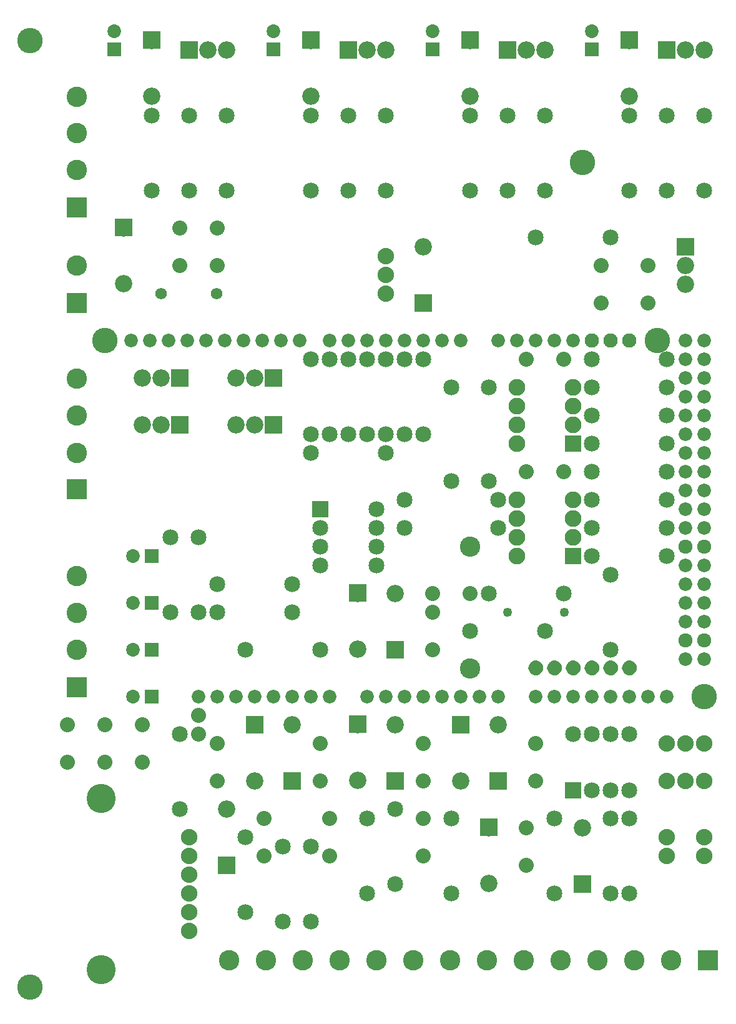
<source format=gbs>
G04 MADE WITH FRITZING*
G04 WWW.FRITZING.ORG*
G04 DOUBLE SIDED*
G04 HOLES PLATED*
G04 CONTOUR ON CENTER OF CONTOUR VECTOR*
%ASAXBY*%
%FSLAX23Y23*%
%MOIN*%
%OFA0B0*%
%SFA1.0B1.0*%
%ADD10C,0.108425*%
%ADD11C,0.085000*%
%ADD12C,0.049370*%
%ADD13C,0.135984*%
%ADD14C,0.092000*%
%ADD15C,0.080000*%
%ADD16C,0.072500*%
%ADD17C,0.075555*%
%ADD18C,0.076694*%
%ADD19C,0.155669*%
%ADD20C,0.088000*%
%ADD21C,0.061496*%
%ADD22C,0.089370*%
%ADD23C,0.072992*%
%ADD24C,0.109055*%
%ADD25R,0.085000X0.085000*%
%ADD26R,0.092000X0.092000*%
%ADD27R,0.089370X0.089370*%
%ADD28R,0.072992X0.072992*%
%ADD29R,0.109055X0.109055*%
%ADD30R,0.001000X0.001000*%
%LNMASK0*%
G90*
G70*
G54D10*
X2542Y1891D03*
X2542Y2541D03*
G54D11*
X1742Y2741D03*
X2042Y2741D03*
X1742Y2641D03*
X2042Y2641D03*
X1742Y2541D03*
X2042Y2541D03*
X1742Y2441D03*
X2042Y2441D03*
G54D12*
X3044Y2190D03*
X2742Y2191D03*
G54D11*
X3292Y1991D03*
X3292Y2391D03*
X1592Y2341D03*
X1192Y2341D03*
G54D13*
X3792Y1741D03*
X3542Y3641D03*
X592Y3641D03*
G54D14*
X992Y3441D03*
X892Y3441D03*
X792Y3441D03*
X1492Y3441D03*
X1392Y3441D03*
X1292Y3441D03*
X1492Y3191D03*
X1392Y3191D03*
X1292Y3191D03*
X992Y3191D03*
X892Y3191D03*
X792Y3191D03*
G54D15*
X1092Y1641D03*
X1092Y1541D03*
G54D11*
X1342Y591D03*
X1342Y991D03*
G54D16*
X2992Y1741D03*
X1392Y1741D03*
X3092Y1741D03*
X3192Y1741D03*
X3292Y1741D03*
X3392Y1741D03*
X3692Y3141D03*
X3492Y1741D03*
X3592Y1741D03*
X1432Y3641D03*
X1992Y1741D03*
X2092Y1741D03*
X2192Y1741D03*
X2292Y1741D03*
X3692Y2341D03*
X2392Y1741D03*
X2492Y1741D03*
X2592Y1741D03*
X2692Y1741D03*
X2192Y3641D03*
X3692Y3541D03*
X3692Y2741D03*
X3692Y1941D03*
X1032Y3641D03*
X1792Y1741D03*
X1792Y3641D03*
X3692Y3341D03*
X3692Y2941D03*
G54D17*
X3692Y2541D03*
G54D18*
X3392Y3641D03*
G54D16*
X3692Y2141D03*
G54D18*
X3292Y3641D03*
X3192Y3641D03*
G54D16*
X3092Y3641D03*
X2992Y3641D03*
X2892Y3641D03*
X2792Y3641D03*
X2692Y3641D03*
X832Y3641D03*
X1232Y3641D03*
X1632Y3641D03*
X1192Y1741D03*
X1592Y1741D03*
X2392Y3641D03*
X1992Y3641D03*
X3692Y3641D03*
X3692Y3441D03*
X3692Y3241D03*
X3692Y3041D03*
X3692Y2841D03*
X3692Y2641D03*
X3692Y2441D03*
X3692Y2241D03*
G54D17*
X3692Y2041D03*
G54D16*
X732Y3641D03*
X932Y3641D03*
X1132Y3641D03*
X1332Y3641D03*
X1532Y3641D03*
X1092Y1741D03*
X1292Y1741D03*
X1492Y1741D03*
X1692Y1741D03*
X2492Y3641D03*
X2292Y3641D03*
X2092Y3641D03*
X1892Y3641D03*
X3792Y3641D03*
X3792Y3541D03*
X3792Y3441D03*
X3792Y3341D03*
X3792Y3241D03*
X3792Y3141D03*
X3792Y3041D03*
X3792Y2941D03*
X3792Y2841D03*
X3792Y2741D03*
X3792Y2641D03*
G54D17*
X3792Y2541D03*
G54D16*
X3792Y2441D03*
X3792Y2341D03*
X3792Y2241D03*
X3792Y2141D03*
G54D17*
X3792Y2041D03*
G54D16*
X3792Y1941D03*
X2892Y1741D03*
G54D14*
X2292Y3841D03*
X2292Y4139D03*
G54D11*
X992Y1141D03*
X992Y1541D03*
G54D19*
X572Y284D03*
X570Y1195D03*
G54D13*
X192Y191D03*
X192Y5241D03*
X3142Y4591D03*
G54D20*
X1042Y991D03*
X1042Y891D03*
X1042Y791D03*
X1042Y691D03*
X1042Y591D03*
X1042Y491D03*
G54D11*
X3092Y1241D03*
X3092Y1541D03*
X3192Y1241D03*
X3192Y1541D03*
X3292Y1241D03*
X3292Y1541D03*
X3392Y1241D03*
X3392Y1541D03*
G54D20*
X3592Y1291D03*
X3692Y1291D03*
X3792Y1291D03*
X3792Y1491D03*
X3692Y1491D03*
X3592Y1491D03*
X2092Y3891D03*
X2092Y3991D03*
X2092Y4091D03*
G54D11*
X3292Y1091D03*
X3292Y691D03*
X3392Y1091D03*
X3392Y691D03*
G54D20*
X3592Y991D03*
X3592Y891D03*
X3792Y991D03*
X3792Y891D03*
G54D11*
X3592Y2491D03*
X3192Y2491D03*
X2292Y3541D03*
X2292Y3141D03*
X1792Y3541D03*
X1792Y3141D03*
X3592Y3091D03*
X3192Y3091D03*
X3592Y2941D03*
X3192Y2941D03*
X2092Y3541D03*
X2092Y3141D03*
X2092Y3041D03*
X1692Y3041D03*
X3592Y3541D03*
X3192Y3541D03*
G54D14*
X3692Y4141D03*
X3692Y4041D03*
X3692Y3941D03*
G54D15*
X1192Y4041D03*
X1192Y4241D03*
X3492Y4041D03*
X3492Y3841D03*
X992Y4041D03*
X992Y4241D03*
X3242Y4041D03*
X3242Y3841D03*
G54D14*
X692Y4241D03*
X692Y3943D03*
G54D21*
X892Y3891D03*
X1187Y3891D03*
G54D22*
X3092Y2491D03*
X2792Y2491D03*
X3092Y2591D03*
X2792Y2591D03*
X3092Y2691D03*
X2792Y2691D03*
X3092Y2791D03*
X2792Y2791D03*
X3092Y3091D03*
X2792Y3091D03*
X3092Y3191D03*
X2792Y3191D03*
X3092Y3291D03*
X2792Y3291D03*
X3092Y3391D03*
X2792Y3391D03*
G54D11*
X3592Y2641D03*
X3192Y2641D03*
X2192Y3541D03*
X2192Y3141D03*
X1892Y3541D03*
X1892Y3141D03*
X3592Y3241D03*
X3192Y3241D03*
X3592Y2791D03*
X3192Y2791D03*
X1992Y3541D03*
X1992Y3141D03*
X1692Y3541D03*
X1692Y3141D03*
X3592Y3391D03*
X3192Y3391D03*
G54D15*
X3042Y2941D03*
X2842Y2941D03*
X3042Y3541D03*
X2842Y3541D03*
G54D11*
X2192Y2641D03*
X2692Y2641D03*
X2642Y2891D03*
X2642Y3391D03*
X2692Y2791D03*
X2192Y2791D03*
X2442Y3391D03*
X2442Y2891D03*
X1192Y2191D03*
X1592Y2191D03*
X1092Y2191D03*
X1092Y2591D03*
X1342Y1991D03*
X1742Y1991D03*
X942Y2191D03*
X942Y2591D03*
G54D23*
X841Y1991D03*
X742Y1991D03*
X841Y2491D03*
X742Y2491D03*
X841Y1741D03*
X742Y1741D03*
X841Y2241D03*
X742Y2241D03*
G54D11*
X2642Y2291D03*
X3042Y2291D03*
X2142Y1141D03*
X2142Y741D03*
X1692Y941D03*
X1692Y541D03*
G54D15*
X1742Y1291D03*
X1742Y1491D03*
X1792Y1091D03*
X1792Y891D03*
X1192Y1291D03*
X1192Y1491D03*
X1442Y1091D03*
X1442Y891D03*
G54D11*
X1992Y691D03*
X1992Y1091D03*
X1542Y541D03*
X1542Y941D03*
G54D14*
X2142Y1291D03*
X2142Y1589D03*
X1392Y1589D03*
X1392Y1291D03*
X1592Y1291D03*
X1592Y1589D03*
X1242Y841D03*
X1242Y1139D03*
X2142Y1991D03*
X2142Y2289D03*
X1942Y1591D03*
X1942Y1293D03*
G54D24*
X442Y2845D03*
X442Y3041D03*
X442Y3238D03*
X442Y3435D03*
X3812Y332D03*
X3615Y332D03*
X3418Y332D03*
X3221Y332D03*
X3024Y332D03*
X2827Y332D03*
X2631Y332D03*
X2434Y332D03*
X2237Y332D03*
X2040Y332D03*
X1843Y332D03*
X1646Y332D03*
X1449Y332D03*
X1253Y332D03*
G54D15*
X2892Y1291D03*
X2892Y1491D03*
X792Y1591D03*
X792Y1391D03*
X2292Y1291D03*
X2292Y1491D03*
X392Y1591D03*
X392Y1391D03*
X592Y1591D03*
X592Y1391D03*
X2842Y1041D03*
X2842Y841D03*
X2292Y1091D03*
X2292Y891D03*
G54D11*
X2992Y691D03*
X2992Y1091D03*
X2442Y691D03*
X2442Y1091D03*
G54D14*
X3142Y741D03*
X3142Y1039D03*
X2692Y1291D03*
X2692Y1589D03*
X2642Y1041D03*
X2642Y743D03*
X2492Y1589D03*
X2492Y1291D03*
G54D11*
X3292Y4191D03*
X2892Y4191D03*
G54D15*
X2342Y2291D03*
X2542Y2291D03*
X2342Y2191D03*
X2342Y1991D03*
G54D11*
X2542Y2091D03*
X2942Y2091D03*
G54D14*
X1942Y2291D03*
X1942Y1993D03*
G54D11*
X842Y4441D03*
X842Y4841D03*
X2542Y4441D03*
X2542Y4841D03*
X1692Y4441D03*
X1692Y4841D03*
X3392Y4441D03*
X3392Y4841D03*
G54D23*
X642Y5193D03*
X642Y5291D03*
X2342Y5193D03*
X2342Y5291D03*
X1492Y5193D03*
X1492Y5291D03*
X3192Y5193D03*
X3192Y5291D03*
G54D14*
X842Y5241D03*
X842Y4943D03*
X2542Y5241D03*
X2542Y4943D03*
X1692Y5241D03*
X1692Y4943D03*
X3392Y5241D03*
X3392Y4943D03*
X1042Y5191D03*
X1142Y5191D03*
X1242Y5191D03*
X2742Y5191D03*
X2842Y5191D03*
X2942Y5191D03*
X1892Y5191D03*
X1992Y5191D03*
X2092Y5191D03*
X3592Y5191D03*
X3692Y5191D03*
X3792Y5191D03*
G54D11*
X1042Y4441D03*
X1042Y4841D03*
X2742Y4441D03*
X2742Y4841D03*
X1892Y4441D03*
X1892Y4841D03*
X3592Y4441D03*
X3592Y4841D03*
X1242Y4441D03*
X1242Y4841D03*
X2942Y4441D03*
X2942Y4841D03*
X2092Y4441D03*
X2092Y4841D03*
X3792Y4441D03*
X3792Y4841D03*
G54D24*
X442Y3841D03*
X442Y4038D03*
X442Y1791D03*
X442Y1988D03*
X442Y2185D03*
X442Y2382D03*
X442Y4351D03*
X442Y4548D03*
X442Y4745D03*
X442Y4941D03*
G54D25*
X1742Y2741D03*
G54D26*
X992Y3441D03*
X1492Y3441D03*
X1492Y3191D03*
X992Y3191D03*
X2292Y3840D03*
G54D25*
X3092Y1241D03*
G54D26*
X3692Y4141D03*
X692Y4242D03*
G54D27*
X3092Y2491D03*
X3092Y3091D03*
G54D28*
X841Y1991D03*
X841Y2491D03*
X841Y1741D03*
X841Y2241D03*
G54D26*
X2142Y1290D03*
X1392Y1590D03*
X1592Y1290D03*
X1242Y840D03*
X2142Y1990D03*
X1942Y1592D03*
G54D29*
X442Y2845D03*
X3812Y332D03*
G54D26*
X3142Y740D03*
X2692Y1290D03*
X2642Y1042D03*
X2492Y1590D03*
X1942Y2292D03*
G54D28*
X642Y5193D03*
X2342Y5193D03*
X1492Y5193D03*
X3192Y5193D03*
G54D26*
X842Y5242D03*
X2542Y5242D03*
X1692Y5242D03*
X3392Y5242D03*
X1042Y5191D03*
X2742Y5191D03*
X1892Y5191D03*
X3592Y5191D03*
G54D29*
X442Y3841D03*
X442Y1791D03*
X442Y4351D03*
G54D30*
X2886Y1932D02*
X2897Y1932D01*
X2986Y1932D02*
X2997Y1932D01*
X3086Y1932D02*
X3097Y1932D01*
X3186Y1932D02*
X3197Y1932D01*
X3286Y1932D02*
X3297Y1932D01*
X3386Y1932D02*
X3397Y1932D01*
X2882Y1931D02*
X2901Y1931D01*
X2982Y1931D02*
X3001Y1931D01*
X3082Y1931D02*
X3101Y1931D01*
X3182Y1931D02*
X3201Y1931D01*
X3282Y1931D02*
X3301Y1931D01*
X3382Y1931D02*
X3401Y1931D01*
X2879Y1930D02*
X2904Y1930D01*
X2979Y1930D02*
X3004Y1930D01*
X3079Y1930D02*
X3104Y1930D01*
X3179Y1930D02*
X3204Y1930D01*
X3279Y1930D02*
X3304Y1930D01*
X3379Y1930D02*
X3404Y1930D01*
X2877Y1929D02*
X2906Y1929D01*
X2977Y1929D02*
X3006Y1929D01*
X3077Y1929D02*
X3106Y1929D01*
X3177Y1929D02*
X3206Y1929D01*
X3277Y1929D02*
X3306Y1929D01*
X3377Y1929D02*
X3406Y1929D01*
X2875Y1928D02*
X2908Y1928D01*
X2975Y1928D02*
X3008Y1928D01*
X3075Y1928D02*
X3108Y1928D01*
X3175Y1928D02*
X3208Y1928D01*
X3275Y1928D02*
X3308Y1928D01*
X3375Y1928D02*
X3408Y1928D01*
X2873Y1927D02*
X2910Y1927D01*
X2973Y1927D02*
X3010Y1927D01*
X3073Y1927D02*
X3110Y1927D01*
X3173Y1927D02*
X3210Y1927D01*
X3273Y1927D02*
X3310Y1927D01*
X3373Y1927D02*
X3410Y1927D01*
X2872Y1926D02*
X2912Y1926D01*
X2972Y1926D02*
X3012Y1926D01*
X3072Y1926D02*
X3112Y1926D01*
X3172Y1926D02*
X3212Y1926D01*
X3272Y1926D02*
X3312Y1926D01*
X3372Y1926D02*
X3412Y1926D01*
X2870Y1925D02*
X2913Y1925D01*
X2970Y1925D02*
X3013Y1925D01*
X3070Y1925D02*
X3113Y1925D01*
X3170Y1925D02*
X3213Y1925D01*
X3270Y1925D02*
X3313Y1925D01*
X3370Y1925D02*
X3413Y1925D01*
X2869Y1924D02*
X2914Y1924D01*
X2969Y1924D02*
X3014Y1924D01*
X3069Y1924D02*
X3114Y1924D01*
X3169Y1924D02*
X3214Y1924D01*
X3269Y1924D02*
X3314Y1924D01*
X3369Y1924D02*
X3414Y1924D01*
X2868Y1923D02*
X2916Y1923D01*
X2968Y1923D02*
X3016Y1923D01*
X3068Y1923D02*
X3116Y1923D01*
X3168Y1923D02*
X3216Y1923D01*
X3268Y1923D02*
X3316Y1923D01*
X3368Y1923D02*
X3416Y1923D01*
X2867Y1922D02*
X2917Y1922D01*
X2967Y1922D02*
X3017Y1922D01*
X3067Y1922D02*
X3117Y1922D01*
X3167Y1922D02*
X3217Y1922D01*
X3267Y1922D02*
X3317Y1922D01*
X3367Y1922D02*
X3417Y1922D01*
X2865Y1921D02*
X2918Y1921D01*
X2965Y1921D02*
X3018Y1921D01*
X3065Y1921D02*
X3118Y1921D01*
X3165Y1921D02*
X3218Y1921D01*
X3265Y1921D02*
X3318Y1921D01*
X3365Y1921D02*
X3418Y1921D01*
X2864Y1920D02*
X2919Y1920D01*
X2964Y1920D02*
X3019Y1920D01*
X3064Y1920D02*
X3119Y1920D01*
X3164Y1920D02*
X3219Y1920D01*
X3264Y1920D02*
X3319Y1920D01*
X3364Y1920D02*
X3419Y1920D01*
X2863Y1919D02*
X2920Y1919D01*
X2963Y1919D02*
X3020Y1919D01*
X3063Y1919D02*
X3120Y1919D01*
X3163Y1919D02*
X3220Y1919D01*
X3263Y1919D02*
X3320Y1919D01*
X3363Y1919D02*
X3420Y1919D01*
X2863Y1918D02*
X2921Y1918D01*
X2963Y1918D02*
X3021Y1918D01*
X3063Y1918D02*
X3121Y1918D01*
X3163Y1918D02*
X3221Y1918D01*
X3263Y1918D02*
X3321Y1918D01*
X3363Y1918D02*
X3421Y1918D01*
X2862Y1917D02*
X2922Y1917D01*
X2962Y1917D02*
X3022Y1917D01*
X3062Y1917D02*
X3122Y1917D01*
X3162Y1917D02*
X3222Y1917D01*
X3262Y1917D02*
X3322Y1917D01*
X3362Y1917D02*
X3422Y1917D01*
X2861Y1916D02*
X2922Y1916D01*
X2961Y1916D02*
X3022Y1916D01*
X3061Y1916D02*
X3122Y1916D01*
X3161Y1916D02*
X3222Y1916D01*
X3261Y1916D02*
X3322Y1916D01*
X3361Y1916D02*
X3422Y1916D01*
X2860Y1915D02*
X2923Y1915D01*
X2960Y1915D02*
X3023Y1915D01*
X3060Y1915D02*
X3123Y1915D01*
X3160Y1915D02*
X3223Y1915D01*
X3260Y1915D02*
X3323Y1915D01*
X3360Y1915D02*
X3423Y1915D01*
X2859Y1914D02*
X2924Y1914D01*
X2959Y1914D02*
X3024Y1914D01*
X3059Y1914D02*
X3124Y1914D01*
X3159Y1914D02*
X3224Y1914D01*
X3259Y1914D02*
X3324Y1914D01*
X3359Y1914D02*
X3424Y1914D01*
X2859Y1913D02*
X2924Y1913D01*
X2959Y1913D02*
X3024Y1913D01*
X3059Y1913D02*
X3124Y1913D01*
X3159Y1913D02*
X3224Y1913D01*
X3259Y1913D02*
X3324Y1913D01*
X3359Y1913D02*
X3424Y1913D01*
X2858Y1912D02*
X2925Y1912D01*
X2958Y1912D02*
X3025Y1912D01*
X3058Y1912D02*
X3125Y1912D01*
X3158Y1912D02*
X3225Y1912D01*
X3258Y1912D02*
X3325Y1912D01*
X3358Y1912D02*
X3425Y1912D01*
X2857Y1911D02*
X2926Y1911D01*
X2957Y1911D02*
X3026Y1911D01*
X3057Y1911D02*
X3126Y1911D01*
X3157Y1911D02*
X3226Y1911D01*
X3257Y1911D02*
X3326Y1911D01*
X3357Y1911D02*
X3426Y1911D01*
X2857Y1910D02*
X2926Y1910D01*
X2957Y1910D02*
X3026Y1910D01*
X3057Y1910D02*
X3126Y1910D01*
X3157Y1910D02*
X3226Y1910D01*
X3257Y1910D02*
X3326Y1910D01*
X3357Y1910D02*
X3426Y1910D01*
X2856Y1909D02*
X2927Y1909D01*
X2956Y1909D02*
X3027Y1909D01*
X3056Y1909D02*
X3127Y1909D01*
X3156Y1909D02*
X3227Y1909D01*
X3256Y1909D02*
X3327Y1909D01*
X3356Y1909D02*
X3427Y1909D01*
X2856Y1908D02*
X2927Y1908D01*
X2956Y1908D02*
X3027Y1908D01*
X3056Y1908D02*
X3127Y1908D01*
X3156Y1908D02*
X3227Y1908D01*
X3256Y1908D02*
X3327Y1908D01*
X3356Y1908D02*
X3427Y1908D01*
X2855Y1907D02*
X2928Y1907D01*
X2955Y1907D02*
X3028Y1907D01*
X3055Y1907D02*
X3128Y1907D01*
X3155Y1907D02*
X3228Y1907D01*
X3255Y1907D02*
X3328Y1907D01*
X3355Y1907D02*
X3428Y1907D01*
X2855Y1906D02*
X2928Y1906D01*
X2955Y1906D02*
X3028Y1906D01*
X3055Y1906D02*
X3128Y1906D01*
X3155Y1906D02*
X3228Y1906D01*
X3255Y1906D02*
X3328Y1906D01*
X3355Y1906D02*
X3428Y1906D01*
X2855Y1905D02*
X2929Y1905D01*
X2955Y1905D02*
X3029Y1905D01*
X3055Y1905D02*
X3129Y1905D01*
X3155Y1905D02*
X3229Y1905D01*
X3255Y1905D02*
X3329Y1905D01*
X3355Y1905D02*
X3429Y1905D01*
X2854Y1904D02*
X2929Y1904D01*
X2954Y1904D02*
X3029Y1904D01*
X3054Y1904D02*
X3129Y1904D01*
X3154Y1904D02*
X3229Y1904D01*
X3254Y1904D02*
X3329Y1904D01*
X3354Y1904D02*
X3429Y1904D01*
X2854Y1903D02*
X2929Y1903D01*
X2954Y1903D02*
X3029Y1903D01*
X3054Y1903D02*
X3129Y1903D01*
X3154Y1903D02*
X3229Y1903D01*
X3254Y1903D02*
X3329Y1903D01*
X3354Y1903D02*
X3429Y1903D01*
X2854Y1902D02*
X2930Y1902D01*
X2954Y1902D02*
X3030Y1902D01*
X3054Y1902D02*
X3130Y1902D01*
X3154Y1902D02*
X3230Y1902D01*
X3254Y1902D02*
X3330Y1902D01*
X3354Y1902D02*
X3430Y1902D01*
X2853Y1901D02*
X2930Y1901D01*
X2953Y1901D02*
X3030Y1901D01*
X3053Y1901D02*
X3130Y1901D01*
X3153Y1901D02*
X3230Y1901D01*
X3253Y1901D02*
X3330Y1901D01*
X3353Y1901D02*
X3430Y1901D01*
X2853Y1900D02*
X2930Y1900D01*
X2953Y1900D02*
X3030Y1900D01*
X3053Y1900D02*
X3130Y1900D01*
X3153Y1900D02*
X3230Y1900D01*
X3253Y1900D02*
X3330Y1900D01*
X3353Y1900D02*
X3430Y1900D01*
X2853Y1899D02*
X2930Y1899D01*
X2953Y1899D02*
X3030Y1899D01*
X3053Y1899D02*
X3130Y1899D01*
X3153Y1899D02*
X3230Y1899D01*
X3253Y1899D02*
X3330Y1899D01*
X3353Y1899D02*
X3430Y1899D01*
X2853Y1898D02*
X2931Y1898D01*
X2953Y1898D02*
X3031Y1898D01*
X3053Y1898D02*
X3131Y1898D01*
X3153Y1898D02*
X3231Y1898D01*
X3253Y1898D02*
X3331Y1898D01*
X3353Y1898D02*
X3431Y1898D01*
X2852Y1897D02*
X2931Y1897D01*
X2952Y1897D02*
X3031Y1897D01*
X3052Y1897D02*
X3131Y1897D01*
X3152Y1897D02*
X3231Y1897D01*
X3252Y1897D02*
X3331Y1897D01*
X3352Y1897D02*
X3431Y1897D01*
X2852Y1896D02*
X2931Y1896D01*
X2952Y1896D02*
X3031Y1896D01*
X3052Y1896D02*
X3131Y1896D01*
X3152Y1896D02*
X3231Y1896D01*
X3252Y1896D02*
X3331Y1896D01*
X3352Y1896D02*
X3431Y1896D01*
X2852Y1895D02*
X2931Y1895D01*
X2952Y1895D02*
X3031Y1895D01*
X3052Y1895D02*
X3131Y1895D01*
X3152Y1895D02*
X3231Y1895D01*
X3252Y1895D02*
X3331Y1895D01*
X3352Y1895D02*
X3431Y1895D01*
X2852Y1894D02*
X2931Y1894D01*
X2952Y1894D02*
X3031Y1894D01*
X3052Y1894D02*
X3131Y1894D01*
X3152Y1894D02*
X3231Y1894D01*
X3252Y1894D02*
X3331Y1894D01*
X3352Y1894D02*
X3431Y1894D01*
X2852Y1893D02*
X2931Y1893D01*
X2952Y1893D02*
X3031Y1893D01*
X3052Y1893D02*
X3131Y1893D01*
X3152Y1893D02*
X3231Y1893D01*
X3252Y1893D02*
X3331Y1893D01*
X3352Y1893D02*
X3431Y1893D01*
X2852Y1892D02*
X2931Y1892D01*
X2952Y1892D02*
X3031Y1892D01*
X3052Y1892D02*
X3131Y1892D01*
X3152Y1892D02*
X3231Y1892D01*
X3252Y1892D02*
X3331Y1892D01*
X3352Y1892D02*
X3431Y1892D01*
X2852Y1891D02*
X2931Y1891D01*
X2952Y1891D02*
X3031Y1891D01*
X3052Y1891D02*
X3131Y1891D01*
X3152Y1891D02*
X3231Y1891D01*
X3252Y1891D02*
X3331Y1891D01*
X3352Y1891D02*
X3431Y1891D01*
X2852Y1890D02*
X2931Y1890D01*
X2952Y1890D02*
X3031Y1890D01*
X3052Y1890D02*
X3131Y1890D01*
X3152Y1890D02*
X3231Y1890D01*
X3252Y1890D02*
X3331Y1890D01*
X3352Y1890D02*
X3431Y1890D01*
X2852Y1889D02*
X2931Y1889D01*
X2952Y1889D02*
X3031Y1889D01*
X3052Y1889D02*
X3131Y1889D01*
X3152Y1889D02*
X3231Y1889D01*
X3252Y1889D02*
X3331Y1889D01*
X3352Y1889D02*
X3431Y1889D01*
X2852Y1888D02*
X2931Y1888D01*
X2952Y1888D02*
X3031Y1888D01*
X3052Y1888D02*
X3131Y1888D01*
X3152Y1888D02*
X3231Y1888D01*
X3252Y1888D02*
X3331Y1888D01*
X3352Y1888D02*
X3431Y1888D01*
X2853Y1887D02*
X2931Y1887D01*
X2953Y1887D02*
X3031Y1887D01*
X3053Y1887D02*
X3131Y1887D01*
X3153Y1887D02*
X3231Y1887D01*
X3253Y1887D02*
X3331Y1887D01*
X3353Y1887D02*
X3431Y1887D01*
X2853Y1886D02*
X2930Y1886D01*
X2953Y1886D02*
X3030Y1886D01*
X3053Y1886D02*
X3130Y1886D01*
X3153Y1886D02*
X3230Y1886D01*
X3253Y1886D02*
X3330Y1886D01*
X3353Y1886D02*
X3430Y1886D01*
X2853Y1885D02*
X2930Y1885D01*
X2953Y1885D02*
X3030Y1885D01*
X3053Y1885D02*
X3130Y1885D01*
X3153Y1885D02*
X3230Y1885D01*
X3253Y1885D02*
X3330Y1885D01*
X3353Y1885D02*
X3430Y1885D01*
X2853Y1884D02*
X2930Y1884D01*
X2953Y1884D02*
X3030Y1884D01*
X3053Y1884D02*
X3130Y1884D01*
X3153Y1884D02*
X3230Y1884D01*
X3253Y1884D02*
X3330Y1884D01*
X3353Y1884D02*
X3430Y1884D01*
X2854Y1883D02*
X2930Y1883D01*
X2954Y1883D02*
X3030Y1883D01*
X3054Y1883D02*
X3130Y1883D01*
X3154Y1883D02*
X3230Y1883D01*
X3254Y1883D02*
X3330Y1883D01*
X3354Y1883D02*
X3430Y1883D01*
X2854Y1882D02*
X2929Y1882D01*
X2954Y1882D02*
X3029Y1882D01*
X3054Y1882D02*
X3129Y1882D01*
X3154Y1882D02*
X3229Y1882D01*
X3254Y1882D02*
X3329Y1882D01*
X3354Y1882D02*
X3429Y1882D01*
X2854Y1881D02*
X2929Y1881D01*
X2954Y1881D02*
X3029Y1881D01*
X3054Y1881D02*
X3129Y1881D01*
X3154Y1881D02*
X3229Y1881D01*
X3254Y1881D02*
X3329Y1881D01*
X3354Y1881D02*
X3429Y1881D01*
X2855Y1880D02*
X2928Y1880D01*
X2955Y1880D02*
X3028Y1880D01*
X3055Y1880D02*
X3128Y1880D01*
X3155Y1880D02*
X3228Y1880D01*
X3255Y1880D02*
X3328Y1880D01*
X3355Y1880D02*
X3428Y1880D01*
X2855Y1879D02*
X2928Y1879D01*
X2955Y1879D02*
X3028Y1879D01*
X3055Y1879D02*
X3128Y1879D01*
X3155Y1879D02*
X3228Y1879D01*
X3255Y1879D02*
X3328Y1879D01*
X3355Y1879D02*
X3428Y1879D01*
X2856Y1878D02*
X2928Y1878D01*
X2956Y1878D02*
X3028Y1878D01*
X3056Y1878D02*
X3128Y1878D01*
X3156Y1878D02*
X3228Y1878D01*
X3256Y1878D02*
X3328Y1878D01*
X3356Y1878D02*
X3428Y1878D01*
X2856Y1877D02*
X2927Y1877D01*
X2956Y1877D02*
X3027Y1877D01*
X3056Y1877D02*
X3127Y1877D01*
X3156Y1877D02*
X3227Y1877D01*
X3256Y1877D02*
X3327Y1877D01*
X3356Y1877D02*
X3427Y1877D01*
X2857Y1876D02*
X2927Y1876D01*
X2957Y1876D02*
X3027Y1876D01*
X3057Y1876D02*
X3127Y1876D01*
X3157Y1876D02*
X3227Y1876D01*
X3257Y1876D02*
X3327Y1876D01*
X3357Y1876D02*
X3427Y1876D01*
X2857Y1875D02*
X2926Y1875D01*
X2957Y1875D02*
X3026Y1875D01*
X3057Y1875D02*
X3126Y1875D01*
X3157Y1875D02*
X3226Y1875D01*
X3257Y1875D02*
X3326Y1875D01*
X3357Y1875D02*
X3426Y1875D01*
X2858Y1874D02*
X2925Y1874D01*
X2958Y1874D02*
X3025Y1874D01*
X3058Y1874D02*
X3125Y1874D01*
X3158Y1874D02*
X3225Y1874D01*
X3258Y1874D02*
X3325Y1874D01*
X3358Y1874D02*
X3425Y1874D01*
X2858Y1873D02*
X2925Y1873D01*
X2958Y1873D02*
X3025Y1873D01*
X3058Y1873D02*
X3125Y1873D01*
X3158Y1873D02*
X3225Y1873D01*
X3258Y1873D02*
X3325Y1873D01*
X3358Y1873D02*
X3425Y1873D01*
X2859Y1872D02*
X2924Y1872D01*
X2959Y1872D02*
X3024Y1872D01*
X3059Y1872D02*
X3124Y1872D01*
X3159Y1872D02*
X3224Y1872D01*
X3259Y1872D02*
X3324Y1872D01*
X3359Y1872D02*
X3424Y1872D01*
X2860Y1871D02*
X2924Y1871D01*
X2960Y1871D02*
X3024Y1871D01*
X3060Y1871D02*
X3124Y1871D01*
X3160Y1871D02*
X3224Y1871D01*
X3260Y1871D02*
X3324Y1871D01*
X3360Y1871D02*
X3424Y1871D01*
X2860Y1870D02*
X2923Y1870D01*
X2960Y1870D02*
X3023Y1870D01*
X3060Y1870D02*
X3123Y1870D01*
X3160Y1870D02*
X3223Y1870D01*
X3260Y1870D02*
X3323Y1870D01*
X3360Y1870D02*
X3423Y1870D01*
X2861Y1869D02*
X2922Y1869D01*
X2961Y1869D02*
X3022Y1869D01*
X3061Y1869D02*
X3122Y1869D01*
X3161Y1869D02*
X3222Y1869D01*
X3261Y1869D02*
X3322Y1869D01*
X3361Y1869D02*
X3422Y1869D01*
X2862Y1868D02*
X2921Y1868D01*
X2962Y1868D02*
X3021Y1868D01*
X3062Y1868D02*
X3121Y1868D01*
X3162Y1868D02*
X3221Y1868D01*
X3262Y1868D02*
X3321Y1868D01*
X3362Y1868D02*
X3421Y1868D01*
X2863Y1867D02*
X2920Y1867D01*
X2963Y1867D02*
X3020Y1867D01*
X3063Y1867D02*
X3120Y1867D01*
X3163Y1867D02*
X3220Y1867D01*
X3263Y1867D02*
X3320Y1867D01*
X3363Y1867D02*
X3420Y1867D01*
X2864Y1866D02*
X2919Y1866D01*
X2964Y1866D02*
X3019Y1866D01*
X3064Y1866D02*
X3119Y1866D01*
X3164Y1866D02*
X3219Y1866D01*
X3264Y1866D02*
X3319Y1866D01*
X3364Y1866D02*
X3419Y1866D01*
X2865Y1865D02*
X2918Y1865D01*
X2965Y1865D02*
X3018Y1865D01*
X3065Y1865D02*
X3118Y1865D01*
X3165Y1865D02*
X3218Y1865D01*
X3265Y1865D02*
X3318Y1865D01*
X3365Y1865D02*
X3418Y1865D01*
X2866Y1864D02*
X2917Y1864D01*
X2966Y1864D02*
X3017Y1864D01*
X3066Y1864D02*
X3117Y1864D01*
X3166Y1864D02*
X3217Y1864D01*
X3266Y1864D02*
X3317Y1864D01*
X3366Y1864D02*
X3417Y1864D01*
X2867Y1863D02*
X2916Y1863D01*
X2967Y1863D02*
X3016Y1863D01*
X3067Y1863D02*
X3116Y1863D01*
X3167Y1863D02*
X3216Y1863D01*
X3267Y1863D02*
X3316Y1863D01*
X3367Y1863D02*
X3416Y1863D01*
X2868Y1862D02*
X2915Y1862D01*
X2968Y1862D02*
X3015Y1862D01*
X3068Y1862D02*
X3115Y1862D01*
X3168Y1862D02*
X3215Y1862D01*
X3268Y1862D02*
X3315Y1862D01*
X3368Y1862D02*
X3415Y1862D01*
X2869Y1861D02*
X2914Y1861D01*
X2969Y1861D02*
X3014Y1861D01*
X3069Y1861D02*
X3114Y1861D01*
X3169Y1861D02*
X3214Y1861D01*
X3269Y1861D02*
X3314Y1861D01*
X3369Y1861D02*
X3414Y1861D01*
X2871Y1860D02*
X2912Y1860D01*
X2971Y1860D02*
X3012Y1860D01*
X3071Y1860D02*
X3112Y1860D01*
X3171Y1860D02*
X3212Y1860D01*
X3271Y1860D02*
X3312Y1860D01*
X3371Y1860D02*
X3412Y1860D01*
X2872Y1859D02*
X2911Y1859D01*
X2972Y1859D02*
X3011Y1859D01*
X3072Y1859D02*
X3111Y1859D01*
X3172Y1859D02*
X3211Y1859D01*
X3272Y1859D02*
X3311Y1859D01*
X3372Y1859D02*
X3411Y1859D01*
X2874Y1858D02*
X2909Y1858D01*
X2974Y1858D02*
X3009Y1858D01*
X3074Y1858D02*
X3109Y1858D01*
X3174Y1858D02*
X3209Y1858D01*
X3274Y1858D02*
X3309Y1858D01*
X3374Y1858D02*
X3409Y1858D01*
X2876Y1857D02*
X2907Y1857D01*
X2976Y1857D02*
X3007Y1857D01*
X3076Y1857D02*
X3107Y1857D01*
X3176Y1857D02*
X3207Y1857D01*
X3276Y1857D02*
X3307Y1857D01*
X3376Y1857D02*
X3407Y1857D01*
X2878Y1856D02*
X2905Y1856D01*
X2978Y1856D02*
X3005Y1856D01*
X3078Y1856D02*
X3105Y1856D01*
X3178Y1856D02*
X3205Y1856D01*
X3278Y1856D02*
X3305Y1856D01*
X3378Y1856D02*
X3405Y1856D01*
X2880Y1855D02*
X2903Y1855D01*
X2980Y1855D02*
X3003Y1855D01*
X3080Y1855D02*
X3103Y1855D01*
X3180Y1855D02*
X3203Y1855D01*
X3280Y1855D02*
X3303Y1855D01*
X3380Y1855D02*
X3403Y1855D01*
X2883Y1854D02*
X2900Y1854D01*
X2983Y1854D02*
X3000Y1854D01*
X3083Y1854D02*
X3100Y1854D01*
X3183Y1854D02*
X3200Y1854D01*
X3283Y1854D02*
X3300Y1854D01*
X3383Y1854D02*
X3400Y1854D01*
X2888Y1853D02*
X2895Y1853D01*
X2988Y1853D02*
X2995Y1853D01*
X3088Y1853D02*
X3095Y1853D01*
X3188Y1853D02*
X3195Y1853D01*
X3288Y1853D02*
X3295Y1853D01*
X3388Y1853D02*
X3395Y1853D01*
D02*
G04 End of Mask0*
M02*
</source>
